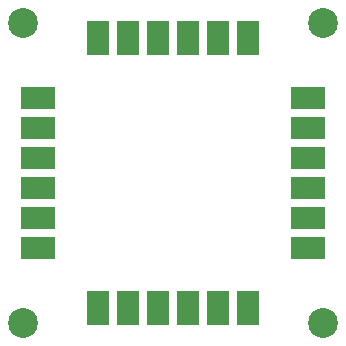
<source format=gbs>
G04 #@! TF.FileFunction,Soldermask,Bot*
%FSLAX46Y46*%
G04 Gerber Fmt 4.6, Leading zero omitted, Abs format (unit mm)*
G04 Created by KiCad (PCBNEW 4.0.0-rc1-stable) date 10/19/2015 11:16:30 PM*
%MOMM*%
G01*
G04 APERTURE LIST*
%ADD10C,0.100000*%
%ADD11C,2.530000*%
%ADD12R,1.924000X2.940000*%
%ADD13R,2.940000X1.924000*%
G04 APERTURE END LIST*
D10*
D11*
X127000000Y-127000000D03*
X152400000Y-127000000D03*
X152400000Y-101600000D03*
X127000000Y-101600000D03*
D12*
X143510000Y-125730000D03*
X146050000Y-125730000D03*
X143510000Y-125730000D03*
X140970000Y-125730000D03*
X138430000Y-125730000D03*
X135890000Y-125730000D03*
X133350000Y-125730000D03*
X133350000Y-102870000D03*
X135890000Y-102870000D03*
X138430000Y-102870000D03*
X140970000Y-102870000D03*
X143510000Y-102870000D03*
X146050000Y-102870000D03*
D13*
X151130000Y-107950000D03*
X151130000Y-110490000D03*
X151130000Y-113030000D03*
X151130000Y-115570000D03*
X151130000Y-118110000D03*
X151130000Y-120650000D03*
X128270000Y-120650000D03*
X128270000Y-118110000D03*
X128270000Y-115570000D03*
X128270000Y-113030000D03*
X128270000Y-110490000D03*
X128270000Y-107950000D03*
M02*

</source>
